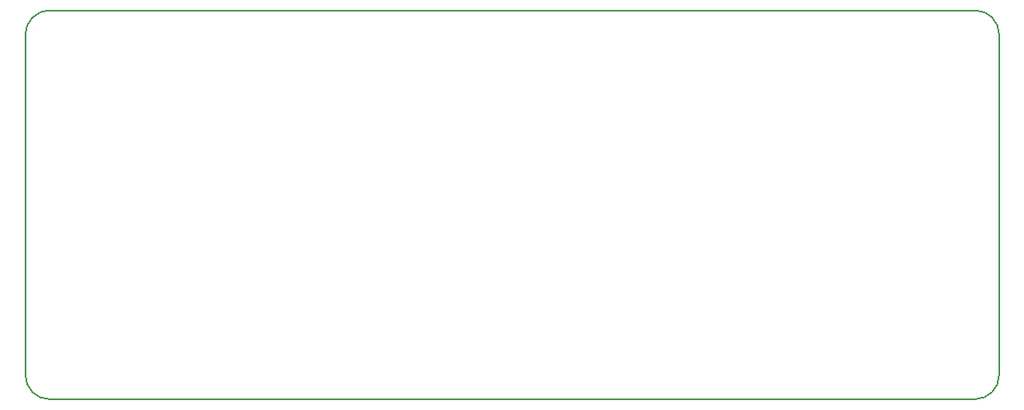
<source format=gm1>
G04*
G04 #@! TF.GenerationSoftware,Altium Limited,Altium Designer,21.4.1 (30)*
G04*
G04 Layer_Color=16711935*
%FSLAX25Y25*%
%MOIN*%
G70*
G04*
G04 #@! TF.SameCoordinates,0925FAD0-936D-4726-9005-38EE8A2EBB20*
G04*
G04*
G04 #@! TF.FilePolarity,Positive*
G04*
G01*
G75*
%ADD10C,0.00787*%
D10*
X383858D02*
G03*
X393701Y9843I0J9843D01*
G01*
X0D02*
G03*
X9843Y0I9843J0D01*
G01*
Y157480D02*
G03*
X0Y147638I0J-9843D01*
G01*
X393701D02*
G03*
X383858Y157480I-9843J0D01*
G01*
X9843Y0D02*
X383858D01*
X393701Y9843D02*
Y147638D01*
X9843Y157480D02*
X383858D01*
X0Y9843D02*
Y147638D01*
M02*

</source>
